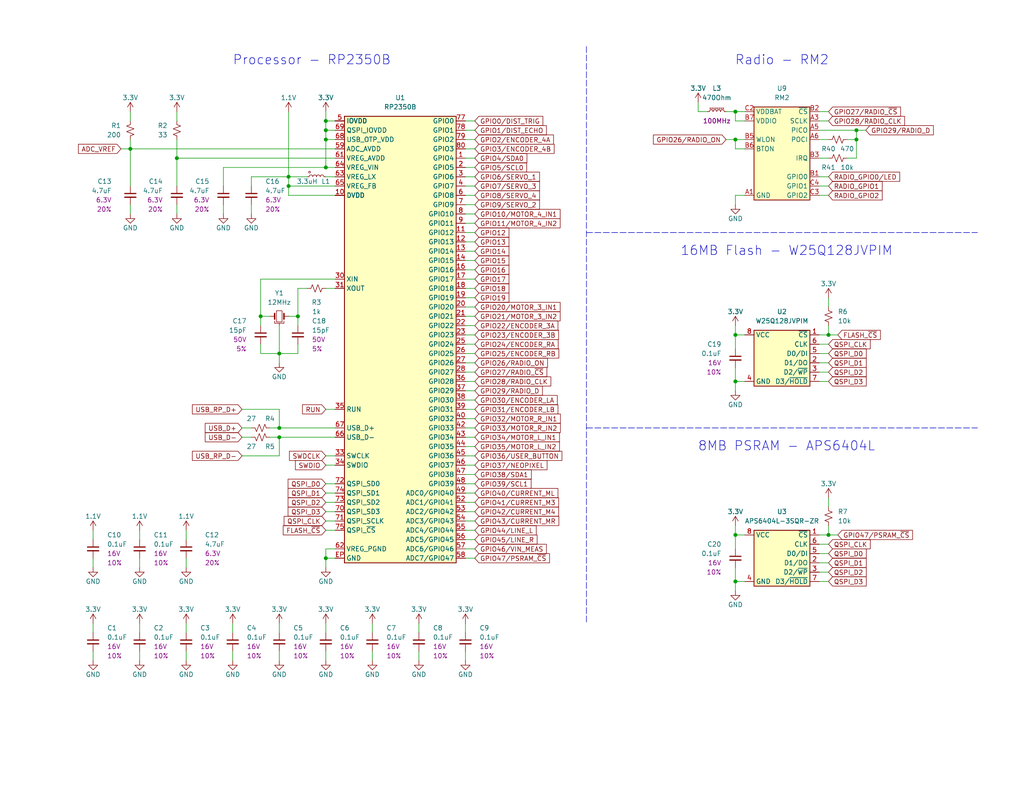
<source format=kicad_sch>
(kicad_sch (version 20231120) (generator "eeschema") (generator_version "8.0")
  (paper "USLetter")
  (title_block (title "SparkFun XRP Control Board") (date "2024-12-12") (rev "v20") (company "SparkFun Electronics") (comment 1 "Designed by: Dryw Wade"))
  (junction (at 233.68 38.1))
  (junction (at 200.66 146.05))
  (junction (at 200.66 38.1))
  (junction (at 200.66 30.48))
  (junction (at 76.2 119.38))
  (junction (at 88.9 35.56))
  (junction (at 35.56 40.64))
  (junction (at 76.2 96.52))
  (junction (at 48.26 43.18))
  (junction (at 88.9 38.1))
  (junction (at 81.28 86.36))
  (junction (at 200.66 104.14))
  (junction (at 76.2 116.84))
  (junction (at 233.68 35.56))
  (junction (at 226.06 91.44))
  (junction (at 71.12 86.36))
  (junction (at 200.66 91.44))
  (junction (at 88.9 152.4))
  (junction (at 88.9 45.72))
  (junction (at 78.74 48.26))
  (junction (at 78.74 50.8))
  (junction (at 200.66 158.75))
  (junction (at 88.9 33.02))
  (junction (at 226.06 146.05))
  (wire (pts (xy 35.56 40.64) (xy 91.44 40.64)))
  (wire (pts (xy 129.54 142.24) (xy 127 142.24)))
  (wire (pts (xy 88.9 111.76) (xy 91.44 111.76)))
  (wire (pts (xy 129.54 96.52) (xy 127 96.52)))
  (wire (pts (xy 38.1 154.94) (xy 38.1 152.4)))
  (wire (pts (xy 129.54 91.44) (xy 127 91.44)))
  (wire (pts (xy 35.56 30.48) (xy 35.56 33.02)))
  (wire (pts (xy 223.52 158.75) (xy 226.06 158.75)))
  (wire (pts (xy 91.44 149.86) (xy 88.9 149.86)))
  (wire (pts (xy 60.96 50.8) (xy 60.96 45.72)))
  (wire (pts (xy 129.54 106.68) (xy 127 106.68)))
  (wire (pts (xy 78.74 86.36) (xy 81.28 86.36)))
  (wire (pts (xy 223.52 38.1) (xy 226.06 38.1)))
  (wire (pts (xy 66.04 111.76) (xy 76.2 111.76)))
  (wire (pts (xy 35.56 40.64) (xy 35.56 50.8)))
  (wire (pts (xy 48.26 30.48) (xy 48.26 33.02)))
  (wire (pts (xy 223.52 93.98) (xy 226.06 93.98)))
  (wire (pts (xy 200.66 104.14) (xy 200.66 106.68)))
  (wire (pts (xy 223.52 33.02) (xy 226.06 33.02)))
  (wire (pts (xy 203.2 158.75) (xy 200.66 158.75)))
  (wire (pts (xy 88.9 134.62) (xy 91.44 134.62)))
  (wire (pts (xy 48.26 43.18) (xy 48.26 50.8)))
  (wire (pts (xy 226.06 91.44) (xy 228.6 91.44)))
  (wire (pts (xy 63.5 170.18) (xy 63.5 172.72)))
  (wire (pts (xy 129.54 129.54) (xy 127 129.54)))
  (wire (pts (xy 203.2 146.05) (xy 200.66 146.05)))
  (wire (pts (xy 127 170.18) (xy 127 172.72)))
  (wire (pts (xy 200.66 53.34) (xy 200.66 55.88)))
  (wire (pts (xy 129.54 152.4) (xy 127 152.4)))
  (wire (pts (xy 63.5 180.34) (xy 63.5 177.8)))
  (wire (pts (xy 200.66 143.51) (xy 200.66 146.05)))
  (wire (pts (xy 200.66 40.64) (xy 200.66 38.1)))
  (wire (pts (xy 200.66 38.1) (xy 203.2 38.1)))
  (wire (pts (xy 223.52 53.34) (xy 226.06 53.34)))
  (wire (pts (xy 88.9 137.16) (xy 91.44 137.16)))
  (wire (pts (xy 203.2 40.64) (xy 200.66 40.64)))
  (wire (pts (xy 223.52 153.67) (xy 226.06 153.67)))
  (wire (pts (xy 129.54 93.98) (xy 127 93.98)))
  (wire (pts (xy 129.54 63.5) (xy 127 63.5)))
  (wire (pts (xy 200.66 154.94) (xy 200.66 158.75)))
  (wire (pts (xy 129.54 116.84) (xy 127 116.84)))
  (wire (pts (xy 226.06 88.9) (xy 226.06 91.44)))
  (wire (pts (xy 129.54 48.26) (xy 127 48.26)))
  (wire (pts (xy 88.9 38.1) (xy 88.9 35.56)))
  (wire (pts (xy 81.28 86.36) (xy 81.28 88.9)))
  (wire (pts (xy 88.9 78.74) (xy 91.44 78.74)))
  (wire (pts (xy 50.8 154.94) (xy 50.8 152.4)))
  (wire (pts (xy 91.44 35.56) (xy 88.9 35.56)))
  (wire (pts (xy 223.52 99.06) (xy 226.06 99.06)))
  (wire (pts (xy 200.66 91.44) (xy 200.66 95.25)))
  (wire (pts (xy 76.2 180.34) (xy 76.2 177.8)))
  (wire (pts (xy 129.54 66.04) (xy 127 66.04)))
  (wire (pts (xy 91.44 76.2) (xy 71.12 76.2)))
  (wire (pts (xy 129.54 53.34) (xy 127 53.34)))
  (wire (pts (xy 226.06 143.51) (xy 226.06 146.05)))
  (wire (pts (xy 129.54 40.64) (xy 127 40.64)))
  (wire (pts (xy 226.06 135.89) (xy 226.06 138.43)))
  (wire (pts (xy 78.74 50.8) (xy 78.74 48.26)))
  (wire (pts (xy 129.54 104.14) (xy 127 104.14)))
  (wire (pts (xy 223.52 30.48) (xy 226.06 30.48)))
  (wire (pts (xy 91.44 33.02) (xy 88.9 33.02)))
  (wire (pts (xy 226.06 146.05) (xy 228.6 146.05)))
  (wire (pts (xy 129.54 137.16) (xy 127 137.16)))
  (wire (pts (xy 81.28 78.74) (xy 83.82 78.74)))
  (wire (pts (xy 127 180.34) (xy 127 177.8)))
  (wire (pts (xy 60.96 45.72) (xy 88.9 45.72)))
  (wire (pts (xy 101.6 180.34) (xy 101.6 177.8)))
  (wire (pts (xy 200.66 100.33) (xy 200.66 104.14)))
  (wire (pts (xy 226.06 81.28) (xy 226.06 83.82)))
  (wire (pts (xy 88.9 35.56) (xy 88.9 33.02)))
  (wire (pts (xy 223.52 43.18) (xy 226.06 43.18)))
  (wire (pts (xy 35.56 58.42) (xy 35.56 55.88)))
  (wire (pts (xy 129.54 55.88) (xy 127 55.88)))
  (wire (pts (xy 223.52 96.52) (xy 226.06 96.52)))
  (wire (pts (xy 38.1 170.18) (xy 38.1 172.72)))
  (wire (pts (xy 129.54 132.08) (xy 127 132.08)))
  (wire (pts (xy 129.54 38.1) (xy 127 38.1)))
  (wire (pts (xy 50.8 170.18) (xy 50.8 172.72)))
  (wire (pts (xy 223.52 148.59) (xy 226.06 148.59)))
  (wire (pts (xy 200.66 30.48) (xy 203.2 30.48)))
  (wire (pts (xy 68.58 58.42) (xy 68.58 55.88)))
  (wire (pts (xy 129.54 50.8) (xy 127 50.8)))
  (wire (pts (xy 223.52 146.05) (xy 226.06 146.05)))
  (wire (pts (xy 129.54 33.02) (xy 127 33.02)))
  (wire (pts (xy 88.9 124.46) (xy 91.44 124.46)))
  (wire (pts (xy 129.54 99.06) (xy 127 99.06)))
  (wire (pts (xy 48.26 58.42) (xy 48.26 55.88)))
  (wire (pts (xy 129.54 81.28) (xy 127 81.28)))
  (wire (pts (xy 48.26 38.1) (xy 48.26 43.18)))
  (wire (pts (xy 88.9 48.26) (xy 91.44 48.26)))
  (wire (pts (xy 76.2 96.52) (xy 76.2 99.06)))
  (polyline (pts (xy 160.02 116.84) (xy 266.7 116.84)) (stroke (width 0) (type dash)))
  (wire (pts (xy 129.54 119.38) (xy 127 119.38)))
  (wire (pts (xy 129.54 58.42) (xy 127 58.42)))
  (wire (pts (xy 88.9 152.4) (xy 88.9 154.94)))
  (wire (pts (xy 114.3 170.18) (xy 114.3 172.72)))
  (wire (pts (xy 129.54 149.86) (xy 127 149.86)))
  (wire (pts (xy 91.44 38.1) (xy 88.9 38.1)))
  (wire (pts (xy 129.54 114.3) (xy 127 114.3)))
  (wire (pts (xy 231.14 43.18) (xy 233.68 43.18)))
  (wire (pts (xy 76.2 116.84) (xy 91.44 116.84)))
  (wire (pts (xy 88.9 152.4) (xy 91.44 152.4)))
  (wire (pts (xy 81.28 93.98) (xy 81.28 96.52)))
  (wire (pts (xy 129.54 121.92) (xy 127 121.92)))
  (wire (pts (xy 76.2 124.46) (xy 76.2 119.38)))
  (wire (pts (xy 129.54 88.9) (xy 127 88.9)))
  (wire (pts (xy 129.54 134.62) (xy 127 134.62)))
  (wire (pts (xy 129.54 71.12) (xy 127 71.12)))
  (wire (pts (xy 129.54 109.22) (xy 127 109.22)))
  (wire (pts (xy 129.54 45.72) (xy 127 45.72)))
  (wire (pts (xy 66.04 119.38) (xy 68.58 119.38)))
  (wire (pts (xy 129.54 86.36) (xy 127 86.36)))
  (wire (pts (xy 71.12 93.98) (xy 71.12 96.52)))
  (wire (pts (xy 88.9 45.72) (xy 91.44 45.72)))
  (wire (pts (xy 25.4 154.94) (xy 25.4 152.4)))
  (wire (pts (xy 91.44 50.8) (xy 78.74 50.8)))
  (wire (pts (xy 129.54 144.78) (xy 127 144.78)))
  (wire (pts (xy 50.8 180.34) (xy 50.8 177.8)))
  (wire (pts (xy 81.28 86.36) (xy 81.28 78.74)))
  (wire (pts (xy 71.12 88.9) (xy 71.12 86.36)))
  (wire (pts (xy 76.2 119.38) (xy 91.44 119.38)))
  (wire (pts (xy 203.2 53.34) (xy 200.66 53.34)))
  (wire (pts (xy 233.68 35.56) (xy 236.22 35.56)))
  (wire (pts (xy 73.66 119.38) (xy 76.2 119.38)))
  (wire (pts (xy 200.66 33.02) (xy 200.66 30.48)))
  (wire (pts (xy 76.2 96.52) (xy 81.28 96.52)))
  (wire (pts (xy 129.54 147.32) (xy 127 147.32)))
  (wire (pts (xy 223.52 50.8) (xy 226.06 50.8)))
  (wire (pts (xy 88.9 30.48) (xy 88.9 33.02)))
  (wire (pts (xy 88.9 144.78) (xy 91.44 144.78)))
  (wire (pts (xy 71.12 96.52) (xy 76.2 96.52)))
  (wire (pts (xy 71.12 76.2) (xy 71.12 86.36)))
  (wire (pts (xy 88.9 170.18) (xy 88.9 172.72)))
  (wire (pts (xy 78.74 48.26) (xy 83.82 48.26)))
  (wire (pts (xy 88.9 38.1) (xy 88.9 45.72)))
  (wire (pts (xy 223.52 156.21) (xy 226.06 156.21)))
  (wire (pts (xy 71.12 86.36) (xy 73.66 86.36)))
  (wire (pts (xy 88.9 180.34) (xy 88.9 177.8)))
  (wire (pts (xy 129.54 101.6) (xy 127 101.6)))
  (wire (pts (xy 91.44 53.34) (xy 78.74 53.34)))
  (wire (pts (xy 25.4 144.78) (xy 25.4 147.32)))
  (wire (pts (xy 231.14 38.1) (xy 233.68 38.1)))
  (wire (pts (xy 129.54 35.56) (xy 127 35.56)))
  (wire (pts (xy 38.1 180.34) (xy 38.1 177.8)))
  (wire (pts (xy 200.66 146.05) (xy 200.66 149.86)))
  (wire (pts (xy 50.8 144.78) (xy 50.8 147.32)))
  (wire (pts (xy 114.3 180.34) (xy 114.3 177.8)))
  (wire (pts (xy 129.54 124.46) (xy 127 124.46)))
  (wire (pts (xy 129.54 139.7) (xy 127 139.7)))
  (wire (pts (xy 25.4 180.34) (xy 25.4 177.8)))
  (wire (pts (xy 203.2 33.02) (xy 200.66 33.02)))
  (wire (pts (xy 203.2 91.44) (xy 200.66 91.44)))
  (wire (pts (xy 233.68 38.1) (xy 233.68 35.56)))
  (wire (pts (xy 129.54 83.82) (xy 127 83.82)))
  (wire (pts (xy 223.52 104.14) (xy 226.06 104.14)))
  (wire (pts (xy 129.54 73.66) (xy 127 73.66)))
  (wire (pts (xy 223.52 151.13) (xy 226.06 151.13)))
  (wire (pts (xy 48.26 43.18) (xy 91.44 43.18)))
  (wire (pts (xy 78.74 30.48) (xy 78.74 48.26)))
  (wire (pts (xy 129.54 76.2) (xy 127 76.2)))
  (wire (pts (xy 38.1 144.78) (xy 38.1 147.32)))
  (wire (pts (xy 190.5 27.94) (xy 190.5 30.48)))
  (wire (pts (xy 129.54 78.74) (xy 127 78.74)))
  (polyline (pts (xy 160.02 63.5) (xy 266.7 63.5)) (stroke (width 0) (type dash)))
  (wire (pts (xy 25.4 170.18) (xy 25.4 172.72)))
  (wire (pts (xy 101.6 170.18) (xy 101.6 172.72)))
  (wire (pts (xy 88.9 132.08) (xy 91.44 132.08)))
  (wire (pts (xy 88.9 149.86) (xy 88.9 152.4)))
  (wire (pts (xy 198.12 38.1) (xy 200.66 38.1)))
  (wire (pts (xy 76.2 88.9) (xy 76.2 96.52)))
  (wire (pts (xy 66.04 116.84) (xy 68.58 116.84)))
  (wire (pts (xy 78.74 53.34) (xy 78.74 50.8)))
  (wire (pts (xy 223.52 48.26) (xy 226.06 48.26)))
  (wire (pts (xy 129.54 111.76) (xy 127 111.76)))
  (wire (pts (xy 203.2 104.14) (xy 200.66 104.14)))
  (wire (pts (xy 76.2 111.76) (xy 76.2 116.84)))
  (polyline (pts (xy 160.02 12.7) (xy 160.02 170.18)) (stroke (width 0) (type dash)))
  (wire (pts (xy 60.96 58.42) (xy 60.96 55.88)))
  (wire (pts (xy 200.66 88.9) (xy 200.66 91.44)))
  (wire (pts (xy 129.54 127) (xy 127 127)))
  (wire (pts (xy 88.9 127) (xy 91.44 127)))
  (wire (pts (xy 129.54 68.58) (xy 127 68.58)))
  (wire (pts (xy 88.9 139.7) (xy 91.44 139.7)))
  (wire (pts (xy 190.5 30.48) (xy 193.04 30.48)))
  (wire (pts (xy 68.58 48.26) (xy 78.74 48.26)))
  (wire (pts (xy 88.9 142.24) (xy 91.44 142.24)))
  (wire (pts (xy 200.66 158.75) (xy 200.66 161.29)))
  (wire (pts (xy 223.52 101.6) (xy 226.06 101.6)))
  (wire (pts (xy 76.2 170.18) (xy 76.2 172.72)))
  (wire (pts (xy 129.54 60.96) (xy 127 60.96)))
  (wire (pts (xy 68.58 50.8) (xy 68.58 48.26)))
  (wire (pts (xy 223.52 35.56) (xy 233.68 35.56)))
  (wire (pts (xy 35.56 38.1) (xy 35.56 40.64)))
  (wire (pts (xy 66.04 124.46) (xy 76.2 124.46)))
  (wire (pts (xy 233.68 43.18) (xy 233.68 38.1)))
  (wire (pts (xy 33.02 40.64) (xy 35.56 40.64)))
  (wire (pts (xy 129.54 43.18) (xy 127 43.18)))
  (wire (pts (xy 73.66 116.84) (xy 76.2 116.84)))
  (wire (pts (xy 198.12 30.48) (xy 200.66 30.48)))
  (wire (pts (xy 223.52 91.44) (xy 226.06 91.44)))
  (text "8MB PSRAM - APS6404L" (at 214.63 121.92 0) (effects (font (size 2.54 2.54))))
  (text "16MB Flash - W25Q128JVPIM" (at 214.63 68.58 0) (effects (font (size 2.54 2.54))))
  (text "Radio - RM2" (at 213.36 16.51 0) (effects (font (size 2.54 2.54))))
  (text "Processor - RP2350B" (at 85.09 16.51 0) (effects (font (size 2.54 2.54))))
  (global_label "GPIO27{slash}RADIO_~{CS}" (shape input) (at 226.06 30.48 0) (property "Intersheetrefs" "${INTERSHEET_REFS}" (effects (hide yes))))
  (global_label "QSPI_D3" (shape input) (at 226.06 104.14 0) (property "Intersheetrefs" "${INTERSHEET_REFS}" (effects (hide yes))))
  (global_label "GPIO30{slash}ENCODER_LA" (shape input) (at 129.54 109.22 0) (property "Intersheetrefs" "${INTERSHEET_REFS}" (effects (hide yes))))
  (global_label "GPIO47{slash}PSRAM_~{CS}" (shape input) (at 228.6 146.05 0) (property "Intersheetrefs" "${INTERSHEET_REFS}" (effects (hide yes))))
  (global_label "GPIO11{slash}MOTOR_4_IN2" (shape input) (at 129.54 60.96 0) (property "Intersheetrefs" "${INTERSHEET_REFS}" (effects (hide yes))))
  (global_label "QSPI_D1" (shape input) (at 226.06 153.67 0) (property "Intersheetrefs" "${INTERSHEET_REFS}" (effects (hide yes))))
  (global_label "GPIO28{slash}RADIO_CLK" (shape input) (at 226.06 33.02 0) (property "Intersheetrefs" "${INTERSHEET_REFS}" (effects (hide yes))))
  (global_label "GPIO9{slash}SERVO_2" (shape input) (at 129.54 55.88 0) (property "Intersheetrefs" "${INTERSHEET_REFS}" (effects (hide yes))))
  (global_label "RADIO_GPIO0{slash}LED" (shape input) (at 226.06 48.26 0) (property "Intersheetrefs" "${INTERSHEET_REFS}" (effects (hide yes))))
  (global_label "FLASH_~{CS}" (shape input) (at 88.9 144.78 180) (property "Intersheetrefs" "${INTERSHEET_REFS}" (effects (hide yes))))
  (global_label "GPIO12" (shape input) (at 129.54 63.5 0) (property "Intersheetrefs" "${INTERSHEET_REFS}" (effects (hide yes))))
  (global_label "GPIO4{slash}SDA0" (shape input) (at 129.54 43.18 0) (property "Intersheetrefs" "${INTERSHEET_REFS}" (effects (hide yes))))
  (global_label "GPIO23{slash}ENCODER_3B" (shape input) (at 129.54 91.44 0) (property "Intersheetrefs" "${INTERSHEET_REFS}" (effects (hide yes))))
  (global_label "RADIO_GPIO2" (shape input) (at 226.06 53.34 0) (property "Intersheetrefs" "${INTERSHEET_REFS}" (effects (hide yes))))
  (global_label "GPIO2{slash}ENCODER_4A" (shape input) (at 129.54 38.1 0) (property "Intersheetrefs" "${INTERSHEET_REFS}" (effects (hide yes))))
  (global_label "QSPI_D2" (shape input) (at 88.9 137.16 180) (property "Intersheetrefs" "${INTERSHEET_REFS}" (effects (hide yes))))
  (global_label "SWDCLK" (shape input) (at 88.9 124.46 180) (property "Intersheetrefs" "${INTERSHEET_REFS}" (effects (hide yes))))
  (global_label "GPIO10{slash}MOTOR_4_IN1" (shape input) (at 129.54 58.42 0) (property "Intersheetrefs" "${INTERSHEET_REFS}" (effects (hide yes))))
  (global_label "USB_RP_D+" (shape input) (at 66.04 111.76 180) (property "Intersheetrefs" "${INTERSHEET_REFS}" (effects (hide yes))))
  (global_label "GPIO29{slash}RADIO_D" (shape input) (at 129.54 106.68 0) (property "Intersheetrefs" "${INTERSHEET_REFS}" (effects (hide yes))))
  (global_label "GPIO18" (shape input) (at 129.54 78.74 0) (property "Intersheetrefs" "${INTERSHEET_REFS}" (effects (hide yes))))
  (global_label "QSPI_D2" (shape input) (at 226.06 156.21 0) (property "Intersheetrefs" "${INTERSHEET_REFS}" (effects (hide yes))))
  (global_label "RADIO_GPIO1" (shape input) (at 226.06 50.8 0) (property "Intersheetrefs" "${INTERSHEET_REFS}" (effects (hide yes))))
  (global_label "GPIO47{slash}PSRAM_~{CS}" (shape input) (at 129.54 152.4 0) (property "Intersheetrefs" "${INTERSHEET_REFS}" (effects (hide yes))))
  (global_label "GPIO46{slash}VIN_MEAS" (shape input) (at 129.54 149.86 0) (property "Intersheetrefs" "${INTERSHEET_REFS}" (effects (hide yes))))
  (global_label "GPIO22{slash}ENCODER_3A" (shape input) (at 129.54 88.9 0) (property "Intersheetrefs" "${INTERSHEET_REFS}" (effects (hide yes))))
  (global_label "USB_RP_D-" (shape input) (at 66.04 124.46 180) (property "Intersheetrefs" "${INTERSHEET_REFS}" (effects (hide yes))))
  (global_label "QSPI_D1" (shape input) (at 88.9 134.62 180) (property "Intersheetrefs" "${INTERSHEET_REFS}" (effects (hide yes))))
  (global_label "GPIO0{slash}DIST_TRIG" (shape input) (at 129.54 33.02 0) (property "Intersheetrefs" "${INTERSHEET_REFS}" (effects (hide yes))))
  (global_label "GPIO34{slash}MOTOR_L_IN1" (shape input) (at 129.54 119.38 0) (property "Intersheetrefs" "${INTERSHEET_REFS}" (effects (hide yes))))
  (global_label "GPIO25{slash}ENCODER_RB" (shape input) (at 129.54 96.52 0) (property "Intersheetrefs" "${INTERSHEET_REFS}" (effects (hide yes))))
  (global_label "GPIO28{slash}RADIO_CLK" (shape input) (at 129.54 104.14 0) (property "Intersheetrefs" "${INTERSHEET_REFS}" (effects (hide yes))))
  (global_label "QSPI_D3" (shape input) (at 88.9 139.7 180) (property "Intersheetrefs" "${INTERSHEET_REFS}" (effects (hide yes))))
  (global_label "GPIO39{slash}SCL1" (shape input) (at 129.54 132.08 0) (property "Intersheetrefs" "${INTERSHEET_REFS}" (effects (hide yes))))
  (global_label "GPIO37{slash}NEOPIXEL" (shape input) (at 129.54 127 0) (property "Intersheetrefs" "${INTERSHEET_REFS}" (effects (hide yes))))
  (global_label "GPIO8{slash}SERVO_4" (shape input) (at 129.54 53.34 0) (property "Intersheetrefs" "${INTERSHEET_REFS}" (effects (hide yes))))
  (global_label "QSPI_CLK" (shape input) (at 88.9 142.24 180) (property "Intersheetrefs" "${INTERSHEET_REFS}" (effects (hide yes))))
  (global_label "QSPI_D1" (shape input) (at 226.06 99.06 0) (property "Intersheetrefs" "${INTERSHEET_REFS}" (effects (hide yes))))
  (global_label "GPIO44{slash}LINE_L" (shape input) (at 129.54 144.78 0) (property "Intersheetrefs" "${INTERSHEET_REFS}" (effects (hide yes))))
  (global_label "GPIO19" (shape input) (at 129.54 81.28 0) (property "Intersheetrefs" "${INTERSHEET_REFS}" (effects (hide yes))))
  (global_label "GPIO29{slash}RADIO_D" (shape input) (at 236.22 35.56 0) (property "Intersheetrefs" "${INTERSHEET_REFS}" (effects (hide yes))))
  (global_label "GPIO7{slash}SERVO_3" (shape input) (at 129.54 50.8 0) (property "Intersheetrefs" "${INTERSHEET_REFS}" (effects (hide yes))))
  (global_label "GPIO26{slash}RADIO_ON" (shape input) (at 129.54 99.06 0) (property "Intersheetrefs" "${INTERSHEET_REFS}" (effects (hide yes))))
  (global_label "QSPI_CLK" (shape input) (at 226.06 93.98 0) (property "Intersheetrefs" "${INTERSHEET_REFS}" (effects (hide yes))))
  (global_label "USB_D+" (shape input) (at 66.04 116.84 180) (property "Intersheetrefs" "${INTERSHEET_REFS}" (effects (hide yes))))
  (global_label "GPIO35{slash}MOTOR_L_IN2" (shape input) (at 129.54 121.92 0) (property "Intersheetrefs" "${INTERSHEET_REFS}" (effects (hide yes))))
  (global_label "GPIO17" (shape input) (at 129.54 76.2 0) (property "Intersheetrefs" "${INTERSHEET_REFS}" (effects (hide yes))))
  (global_label "GPIO1{slash}DIST_ECHO" (shape input) (at 129.54 35.56 0) (property "Intersheetrefs" "${INTERSHEET_REFS}" (effects (hide yes))))
  (global_label "QSPI_D0" (shape input) (at 88.9 132.08 180) (property "Intersheetrefs" "${INTERSHEET_REFS}" (effects (hide yes))))
  (global_label "GPIO42{slash}CURRENT_M4" (shape input) (at 129.54 139.7 0) (property "Intersheetrefs" "${INTERSHEET_REFS}" (effects (hide yes))))
  (global_label "GPIO38{slash}SDA1" (shape input) (at 129.54 129.54 0) (property "Intersheetrefs" "${INTERSHEET_REFS}" (effects (hide yes))))
  (global_label "QSPI_D2" (shape input) (at 226.06 101.6 0) (property "Intersheetrefs" "${INTERSHEET_REFS}" (effects (hide yes))))
  (global_label "GPIO24{slash}ENCODER_RA" (shape input) (at 129.54 93.98 0) (property "Intersheetrefs" "${INTERSHEET_REFS}" (effects (hide yes))))
  (global_label "GPIO14" (shape input) (at 129.54 68.58 0) (property "Intersheetrefs" "${INTERSHEET_REFS}" (effects (hide yes))))
  (global_label "GPIO33{slash}MOTOR_R_IN2" (shape input) (at 129.54 116.84 0) (property "Intersheetrefs" "${INTERSHEET_REFS}" (effects (hide yes))))
  (global_label "GPIO6{slash}SERVO_1" (shape input) (at 129.54 48.26 0) (property "Intersheetrefs" "${INTERSHEET_REFS}" (effects (hide yes))))
  (global_label "GPIO26{slash}RADIO_ON" (shape input) (at 198.12 38.1 180) (property "Intersheetrefs" "${INTERSHEET_REFS}" (effects (hide yes))))
  (global_label "GPIO15" (shape input) (at 129.54 71.12 0) (property "Intersheetrefs" "${INTERSHEET_REFS}" (effects (hide yes))))
  (global_label "SWDIO" (shape input) (at 88.9 127 180) (property "Intersheetrefs" "${INTERSHEET_REFS}" (effects (hide yes))))
  (global_label "USB_D-" (shape input) (at 66.04 119.38 180) (property "Intersheetrefs" "${INTERSHEET_REFS}" (effects (hide yes))))
  (global_label "GPIO21{slash}MOTOR_3_IN2" (shape input) (at 129.54 86.36 0) (property "Intersheetrefs" "${INTERSHEET_REFS}" (effects (hide yes))))
  (global_label "GPIO36{slash}USER_BUTTON" (shape input) (at 129.54 124.46 0) (property "Intersheetrefs" "${INTERSHEET_REFS}" (effects (hide yes))))
  (global_label "GPIO13" (shape input) (at 129.54 66.04 0) (property "Intersheetrefs" "${INTERSHEET_REFS}" (effects (hide yes))))
  (global_label "ADC_VREF" (shape input) (at 33.02 40.64 180) (property "Intersheetrefs" "${INTERSHEET_REFS}" (effects (hide yes))))
  (global_label "GPIO3{slash}ENCODER_4B" (shape input) (at 129.54 40.64 0) (property "Intersheetrefs" "${INTERSHEET_REFS}" (effects (hide yes))))
  (global_label "GPIO27{slash}RADIO_~{CS}" (shape input) (at 129.54 101.6 0) (property "Intersheetrefs" "${INTERSHEET_REFS}" (effects (hide yes))))
  (global_label "GPIO32{slash}MOTOR_R_IN1" (shape input) (at 129.54 114.3 0) (property "Intersheetrefs" "${INTERSHEET_REFS}" (effects (hide yes))))
  (global_label "RUN" (shape input) (at 88.9 111.76 180) (property "Intersheetrefs" "${INTERSHEET_REFS}" (effects (hide yes))))
  (global_label "QSPI_D0" (shape input) (at 226.06 96.52 0) (property "Intersheetrefs" "${INTERSHEET_REFS}" (effects (hide yes))))
  (global_label "QSPI_D0" (shape input) (at 226.06 151.13 0) (property "Intersheetrefs" "${INTERSHEET_REFS}" (effects (hide yes))))
  (global_label "GPIO16" (shape input) (at 129.54 73.66 0) (property "Intersheetrefs" "${INTERSHEET_REFS}" (effects (hide yes))))
  (global_label "QSPI_D3" (shape input) (at 226.06 158.75 0) (property "Intersheetrefs" "${INTERSHEET_REFS}" (effects (hide yes))))
  (global_label "GPIO31{slash}ENCODER_LB" (shape input) (at 129.54 111.76 0) (property "Intersheetrefs" "${INTERSHEET_REFS}" (effects (hide yes))))
  (global_label "GPIO41{slash}CURRENT_M3" (shape input) (at 129.54 137.16 0) (property "Intersheetrefs" "${INTERSHEET_REFS}" (effects (hide yes))))
  (global_label "GPIO20{slash}MOTOR_3_IN1" (shape input) (at 129.54 83.82 0) (property "Intersheetrefs" "${INTERSHEET_REFS}" (effects (hide yes))))
  (global_label "FLASH_~{CS}" (shape input) (at 228.6 91.44 0) (property "Intersheetrefs" "${INTERSHEET_REFS}" (effects (hide yes))))
  (global_label "GPIO5{slash}SCL0" (shape input) (at 129.54 45.72 0) (property "Intersheetrefs" "${INTERSHEET_REFS}" (effects (hide yes))))
  (global_label "GPIO43{slash}CURRENT_MR" (shape input) (at 129.54 142.24 0) (property "Intersheetrefs" "${INTERSHEET_REFS}" (effects (hide yes))))
  (global_label "GPIO45{slash}LINE_R" (shape input) (at 129.54 147.32 0) (property "Intersheetrefs" "${INTERSHEET_REFS}" (effects (hide yes))))
  (global_label "GPIO40{slash}CURRENT_ML" (shape input) (at 129.54 134.62 0) (property "Intersheetrefs" "${INTERSHEET_REFS}" (effects (hide yes))))
  (global_label "QSPI_CLK" (shape input) (at 226.06 148.59 0) (property "Intersheetrefs" "${INTERSHEET_REFS}" (effects (hide yes))))
  (symbol (lib_id "SparkFun-PowerSymbol:GND") (at 68.58 58.42 0) (unit 1)
    (property "Reference" "#PWR030" (effects (hide yes)))
    (property "Value" "GND" (at 68.58 62.23 0))
    (property "Description" "Power symbol creates a global label with name \"GND\" , ground" (effects (hide yes)))
  )
  (symbol (lib_id "SparkFun-PowerSymbol:3.3V") (at 200.66 143.51 0) (unit 1)
    (property "Reference" "#PWR038" (effects (hide yes)))
    (property "Value" "3.3V" (at 200.66 139.7 0))
    (property "Description" "Power symbol creates a global label with name \"3.3V\"" (effects (hide yes)))
  )
  (symbol (lib_id "SparkFun-Resistor:470_0402") (at 228.6 38.1 0) (unit 1)
    (property "Reference" "R40" (at 226.06 40.64 0))
    (property "Value" "470" (at 231.14 40.64 0))
    (property "Footprint" "SparkFun-Resistor:R_0402_1005Metric" (effects (hide yes)))
    (property "Datasheet" "https://www.vishay.com/docs/20035/dcrcwe3.pdf" (effects (hide yes)))
    (property "Description" "Resistor" (effects (hide yes)))
    (property "PROD_ID" "RES-13829" (effects (hide yes)))
  )
  (symbol (lib_id "SparkFun-PowerSymbol:3.3V") (at 226.06 135.89 0) (unit 1)
    (property "Reference" "#PWR040" (effects (hide yes)))
    (property "Value" "3.3V" (at 226.06 132.08 0))
    (property "Description" "Power symbol creates a global label with name \"3.3V\"" (effects (hide yes)))
  )
  (symbol (lib_id "SparkFun-Resistor:1k_0402") (at 86.36 78.74 0) (unit 1)
    (property "Reference" "R3" (at 86.36 82.55 0))
    (property "Value" "1k" (at 86.36 85.09 0))
    (property "Footprint" "SparkFun-Resistor:R_0402_1005Metric" (effects (hide yes)))
    (property "Datasheet" "https://www.vishay.com/docs/20035/dcrcwe3.pdf" (effects (hide yes)))
    (property "Description" "Resistor" (effects (hide yes)))
    (property "PROD_ID" "RES-14342" (effects (hide yes)))
  )
  (symbol (lib_id "SparkFun-PowerSymbol:3.3V") (at 88.9 170.18 0) (unit 1)
    (property "Reference" "#PWR011" (effects (hide yes)))
    (property "Value" "3.3V" (at 88.9 166.37 0))
    (property "Description" "Power symbol creates a global label with name \"3.3V\"" (effects (hide yes)))
  )
  (symbol (lib_id "SparkFun-Resistor:200_0402") (at 35.56 35.56 270) (mirror x) (unit 1)
    (property "Reference" "R1" (at 33.02 34.2899 90) (effects (justify right)))
    (property "Value" "200" (at 33.02 36.8299 90) (effects (justify right)))
    (property "Footprint" "SparkFun-Resistor:R_0402_1005Metric" (effects (hide yes)))
    (property "Datasheet" "https://www.vishay.com/docs/20035/dcrcwe3.pdf" (effects (hide yes)))
    (property "Description" "Resistor" (effects (hide yes)))
    (property "PROD_ID" "RES-15550" (effects (hide yes)))
  )
  (symbol (lib_id "SparkFun-PowerSymbol:GND") (at 60.96 58.42 0) (unit 1)
    (property "Reference" "#PWR029" (effects (hide yes)))
    (property "Value" "GND" (at 60.96 62.23 0))
    (property "Description" "Power symbol creates a global label with name \"GND\" , ground" (effects (hide yes)))
  )
  (symbol (lib_id "SparkFun-PowerSymbol:3.3V") (at 127 170.18 0) (unit 1)
    (property "Reference" "#PWR017" (effects (hide yes)))
    (property "Value" "3.3V" (at 127 166.37 0))
    (property "Description" "Power symbol creates a global label with name \"3.3V\"" (effects (hide yes)))
  )
  (symbol (lib_id "SparkFun-RF:RM2_Tight") (at 213.36 41.91 0) (unit 1)
    (property "Reference" "U9" (at 213.36 24.13 0))
    (property "Value" "RM2" (at 213.36 26.67 0))
    (property "Footprint" "SparkFun-RF:RM2_Tight" (effects (hide yes)))
    (property "Description" "Radio module from Raspberry Pi using the CYW43 supporting WiFi and Bluetooth/BLE" (effects (hide yes)))
    (property "PROD_ID" "IC-21607" (effects (hide yes)))
  )
  (symbol (lib_id "SparkFun-Capacitor:4.7uF_0402_6.3V_10%") (at 60.96 53.34 0) (unit 1)
    (property "Reference" "C15" (at 57.15 49.5299 0) (effects (justify right)))
    (property "Value" "4.7uF" (at 57.15 52.0699 0) (effects (justify right)))
    (property "Footprint" "SparkFun-Capacitor:C_0402_1005Metric" (effects (hide yes)))
    (property "Datasheet" "https://cdn.sparkfun.com/assets/8/a/4/a/5/Kemet_Capacitor_Datasheet.pdf" (effects (hide yes)))
    (property "Description" "Unpolarized capacitor" (effects (hide yes)))
    (property "PROD_ID" "CAP-14240" (effects (hide yes)))
    (property "Voltage" "6.3V" (at 57.15 54.6099 0) (effects (justify right)))
    (property "Tolerance" "20%" (at 57.15 57.1499 0) (effects (justify right)))
  )
  (symbol (lib_id "SparkFun-Resistor:10k_0402") (at 226.06 140.97 90) (unit 1)
    (property "Reference" "R7" (at 228.6 139.6999 90) (effects (justify right)))
    (property "Value" "10k" (at 228.6 142.2399 90) (effects (justify right)))
    (property "Footprint" "SparkFun-Resistor:R_0402_1005Metric" (effects (hide yes)))
    (property "Datasheet" "https://www.vishay.com/docs/20035/dcrcwe3.pdf" (effects (hide yes)))
    (property "Description" "Resistor" (effects (hide yes)))
    (property "PROD_ID" "RES-14241" (effects (hide yes)))
  )
  (symbol (lib_id "SparkFun-Capacitor:0.1uF_0402_16V_10%") (at 200.66 97.79 0) (unit 1)
    (property "Reference" "C19" (at 196.85 93.9799 0) (effects (justify right)))
    (property "Value" "0.1uF" (at 196.85 96.5199 0) (effects (justify right)))
    (property "Footprint" "SparkFun-Capacitor:C_0402_1005Metric" (effects (hide yes)))
    (property "Datasheet" "https://cdn.sparkfun.com/assets/8/a/4/a/5/Kemet_Capacitor_Datasheet.pdf" (effects (hide yes)))
    (property "Description" "Unpolarized capacitor" (effects (hide yes)))
    (property "PROD_ID" "CAP-12416" (effects (hide yes)))
    (property "Voltage" "16V" (at 196.85 99.0599 0) (effects (justify right)))
    (property "Tolerance" "10%" (at 196.85 101.5999 0) (effects (justify right)))
  )
  (symbol (lib_id "SparkFun-Capacitor:0.1uF_0402_16V_10%") (at 25.4 175.26 0) (unit 1)
    (property "Reference" "C1" (at 29.21 171.4499 0) (effects (justify left)))
    (property "Value" "0.1uF" (at 29.21 173.9899 0) (effects (justify left)))
    (property "Footprint" "SparkFun-Capacitor:C_0402_1005Metric" (effects (hide yes)))
    (property "Datasheet" "https://cdn.sparkfun.com/assets/8/a/4/a/5/Kemet_Capacitor_Datasheet.pdf" (effects (hide yes)))
    (property "Description" "Unpolarized capacitor" (effects (hide yes)))
    (property "PROD_ID" "CAP-12416" (effects (hide yes)))
    (property "Voltage" "16V" (at 29.21 176.5299 0) (effects (justify left)))
    (property "Tolerance" "10%" (at 29.21 179.0699 0) (effects (justify left)))
  )
  (symbol (lib_id "SparkFun-PowerSymbol:GND") (at 25.4 180.34 0) (unit 1)
    (property "Reference" "#PWR02" (effects (hide yes)))
    (property "Value" "GND" (at 25.4 184.15 0))
    (property "Description" "Power symbol creates a global label with name \"GND\" , ground" (effects (hide yes)))
  )
  (symbol (lib_id "SparkFun-PowerSymbol:GND") (at 114.3 180.34 0) (unit 1)
    (property "Reference" "#PWR016" (effects (hide yes)))
    (property "Value" "GND" (at 114.3 184.15 0))
    (property "Description" "Power symbol creates a global label with name \"GND\" , ground" (effects (hide yes)))
  )
  (symbol (lib_id "SparkFun-PowerSymbol:GND") (at 200.66 55.88 0) (unit 1)
    (property "Reference" "#PWR0159" (effects (hide yes)))
    (property "Value" "GND" (at 200.66 59.69 0))
    (property "Description" "Power symbol creates a global label with name \"GND\" , ground" (effects (hide yes)))
  )
  (symbol (lib_id "SparkFun-Capacitor:0.1uF_0402_16V_10%") (at 114.3 175.26 0) (unit 1)
    (property "Reference" "C8" (at 118.11 171.4499 0) (effects (justify left)))
    (property "Value" "0.1uF" (at 118.11 173.9899 0) (effects (justify left)))
    (property "Footprint" "SparkFun-Capacitor:C_0402_1005Metric" (effects (hide yes)))
    (property "Datasheet" "https://cdn.sparkfun.com/assets/8/a/4/a/5/Kemet_Capacitor_Datasheet.pdf" (effects (hide yes)))
    (property "Description" "Unpolarized capacitor" (effects (hide yes)))
    (property "PROD_ID" "CAP-12416" (effects (hide yes)))
    (property "Voltage" "16V" (at 118.11 176.5299 0) (effects (justify left)))
    (property "Tolerance" "10%" (at 118.11 179.0699 0) (effects (justify left)))
  )
  (symbol (lib_id "SparkFun-PowerSymbol:3.3V") (at 114.3 170.18 0) (unit 1)
    (property "Reference" "#PWR015" (effects (hide yes)))
    (property "Value" "3.3V" (at 114.3 166.37 0))
    (property "Description" "Power symbol creates a global label with name \"3.3V\"" (effects (hide yes)))
  )
  (symbol (lib_id "SparkFun-Capacitor:4.7uF_0402_6.3V_10%") (at 68.58 53.34 0) (unit 1)
    (property "Reference" "C16" (at 72.39 49.5299 0) (effects (justify left)))
    (property "Value" "4.7uF" (at 72.39 52.0699 0) (effects (justify left)))
    (property "Footprint" "SparkFun-Capacitor:C_0402_1005Metric" (effects (hide yes)))
    (property "Datasheet" "https://cdn.sparkfun.com/assets/8/a/4/a/5/Kemet_Capacitor_Datasheet.pdf" (effects (hide yes)))
    (property "Description" "Unpolarized capacitor" (effects (hide yes)))
    (property "PROD_ID" "CAP-14240" (effects (hide yes)))
    (property "Voltage" "6.3V" (at 72.39 54.6099 0) (effects (justify left)))
    (property "Tolerance" "20%" (at 72.39 57.1499 0) (effects (justify left)))
  )
  (symbol (lib_id "SparkFun-PowerSymbol:3.3V") (at 101.6 170.18 0) (unit 1)
    (property "Reference" "#PWR013" (effects (hide yes)))
    (property "Value" "3.3V" (at 101.6 166.37 0))
    (property "Description" "Power symbol creates a global label with name \"3.3V\"" (effects (hide yes)))
  )
  (symbol (lib_id "SparkFun-Capacitor:0.1uF_0402_16V_10%") (at 101.6 175.26 0) (unit 1)
    (property "Reference" "C7" (at 105.41 171.4499 0) (effects (justify left)))
    (property "Value" "0.1uF" (at 105.41 173.9899 0) (effects (justify left)))
    (property "Footprint" "SparkFun-Capacitor:C_0402_1005Metric" (effects (hide yes)))
    (property "Datasheet" "https://cdn.sparkfun.com/assets/8/a/4/a/5/Kemet_Capacitor_Datasheet.pdf" (effects (hide yes)))
    (property "Description" "Unpolarized capacitor" (effects (hide yes)))
    (property "PROD_ID" "CAP-12416" (effects (hide yes)))
    (property "Voltage" "16V" (at 105.41 176.5299 0) (effects (justify left)))
    (property "Tolerance" "10%" (at 105.41 179.0699 0) (effects (justify left)))
  )
  (symbol (lib_id "SparkFun-PowerSymbol:3.3V") (at 50.8 170.18 0) (unit 1)
    (property "Reference" "#PWR05" (effects (hide yes)))
    (property "Value" "3.3V" (at 50.8 166.37 0))
    (property "Description" "Power symbol creates a global label with name \"3.3V\"" (effects (hide yes)))
  )
  (symbol (lib_id "SparkFun-PowerSymbol:3.3V") (at 88.9 30.48 0) (unit 1)
    (property "Reference" "#PWR033" (effects (hide yes)))
    (property "Value" "3.3V" (at 88.9 26.67 0))
    (property "Description" "Power symbol creates a global label with name \"3.3V\"" (effects (hide yes)))
  )
  (symbol (lib_id "SparkFun-IC-Memory:W25Q128JVPIM") (at 213.36 99.06 0) (unit 1)
    (property "Reference" "U2" (at 213.36 85.09 0))
    (property "Value" "W25Q128JVPIM" (at 213.36 87.63 0))
    (property "Footprint" "SparkFun-Semiconductor-Standard:WDFN-8_6x5mm-SkinnyCenterPad" (effects (hide yes)))
    (property "Datasheet" "https://www.winbond.com/resource-files/w25q128jv_dtr%20revc%2003272018%20plus.pdf" (effects (hide yes)))
    (property "Description" "128Mb (16MB) Serial Flash Memory, Standard/Dual/Quad SPI, 8-WDFN" (effects (hide yes)))
    (property "PROD_ID" "IC-15107" (effects (hide yes)))
  )
  (symbol (lib_id "SparkFun-PowerSymbol:GND") (at 200.66 161.29 0) (unit 1)
    (property "Reference" "#PWR039" (effects (hide yes)))
    (property "Value" "GND" (at 200.66 165.1 0))
    (property "Description" "Power symbol creates a global label with name \"GND\" , ground" (effects (hide yes)))
  )
  (symbol (lib_id "SparkFun-PowerSymbol:GND") (at 25.4 154.94 0) (unit 1)
    (property "Reference" "#PWR020" (effects (hide yes)))
    (property "Value" "GND" (at 25.4 158.75 0))
    (property "Description" "Power symbol creates a global label with name \"GND\" , ground" (effects (hide yes)))
  )
  (symbol (lib_id "SparkFun-PowerSymbol:3.3V") (at 76.2 170.18 0) (unit 1)
    (property "Reference" "#PWR09" (effects (hide yes)))
    (property "Value" "3.3V" (at 76.2 166.37 0))
    (property "Description" "Power symbol creates a global label with name \"3.3V\"" (effects (hide yes)))
  )
  (symbol (lib_id "SparkFun-Capacitor:0.1uF_0402_16V_10%") (at 38.1 175.26 0) (unit 1)
    (property "Reference" "C2" (at 41.91 171.4499 0) (effects (justify left)))
    (property "Value" "0.1uF" (at 41.91 173.9899 0) (effects (justify left)))
    (property "Footprint" "SparkFun-Capacitor:C_0402_1005Metric" (effects (hide yes)))
    (property "Datasheet" "https://cdn.sparkfun.com/assets/8/a/4/a/5/Kemet_Capacitor_Datasheet.pdf" (effects (hide yes)))
    (property "Description" "Unpolarized capacitor" (effects (hide yes)))
    (property "PROD_ID" "CAP-12416" (effects (hide yes)))
    (property "Voltage" "16V" (at 41.91 176.5299 0) (effects (justify left)))
    (property "Tolerance" "10%" (at 41.91 179.0699 0) (effects (justify left)))
  )
  (symbol (lib_id "SparkFun-PowerSymbol:3.3V") (at 190.5 27.94 0) (unit 1)
    (property "Reference" "#PWR0160" (effects (hide yes)))
    (property "Value" "3.3V" (at 190.5 24.13 0))
    (property "Description" "Power symbol creates a global label with name \"3.3V\"" (effects (hide yes)))
  )
  (symbol (lib_id "SparkFun-PowerSymbol:GND") (at 63.5 180.34 0) (unit 1)
    (property "Reference" "#PWR08" (effects (hide yes)))
    (property "Value" "GND" (at 63.5 184.15 0))
    (property "Description" "Power symbol creates a global label with name \"GND\" , ground" (effects (hide yes)))
  )
  (symbol (lib_id "SparkFun-PowerSymbol:GND") (at 38.1 180.34 0) (unit 1)
    (property "Reference" "#PWR04" (effects (hide yes)))
    (property "Value" "GND" (at 38.1 184.15 0))
    (property "Description" "Power symbol creates a global label with name \"GND\" , ground" (effects (hide yes)))
  )
  (symbol (lib_id "SparkFun-PowerSymbol:GND") (at 76.2 99.06 0) (unit 1)
    (property "Reference" "#PWR031" (effects (hide yes)))
    (property "Value" "GND" (at 76.2 102.87 0))
    (property "Description" "Power symbol creates a global label with name \"GND\" , ground" (effects (hide yes)))
  )
  (symbol (lib_id "SparkFun-PowerSymbol:3.3V") (at 48.26 30.48 0) (unit 1)
    (property "Reference" "#PWR027" (effects (hide yes)))
    (property "Value" "3.3V" (at 48.26 26.67 0))
    (property "Description" "Power symbol creates a global label with name \"3.3V\"" (effects (hide yes)))
  )
  (symbol (lib_id "SparkFun-Resistor:27_0402") (at 71.12 116.84 0) (mirror y) (unit 1)
    (property "Reference" "R4" (at 73.66 114.3 0))
    (property "Value" "27" (at 68.58 114.3 0))
    (property "Footprint" "SparkFun-Resistor:R_0402_1005Metric" (effects (hide yes)))
    (property "Datasheet" "https://www.vishay.com/docs/20035/dcrcwe3.pdf" (effects (hide yes)))
    (property "Description" "Resistor" (effects (hide yes)))
    (property "PROD_ID" "RES-15238" (effects (hide yes)))
  )
  (symbol (lib_id "SparkFun-PowerSymbol:1.1V") (at 50.8 144.78 0) (unit 1)
    (property "Reference" "#PWR023" (effects (hide yes)))
    (property "Value" "1.1V" (at 50.8 140.97 0))
    (property "Description" "Power symbol creates a global label with name \"1.1V\"" (effects (hide yes)))
  )
  (symbol (lib_id "SparkFun-Capacitor:4.7uF_0402_6.3V_10%") (at 50.8 149.86 0) (unit 1)
    (property "Reference" "C12" (at 55.88 146.0499 0) (effects (justify left)))
    (property "Value" "4.7uF" (at 55.88 148.5899 0) (effects (justify left)))
    (property "Footprint" "SparkFun-Capacitor:C_0402_1005Metric" (effects (hide yes)))
    (property "Datasheet" "https://cdn.sparkfun.com/assets/8/a/4/a/5/Kemet_Capacitor_Datasheet.pdf" (effects (hide yes)))
    (property "Description" "Unpolarized capacitor" (effects (hide yes)))
    (property "PROD_ID" "CAP-14240" (effects (hide yes)))
    (property "Voltage" "6.3V" (at 55.88 151.1299 0) (effects (justify left)))
    (property "Tolerance" "20%" (at 55.88 153.6699 0) (effects (justify left)))
  )
  (symbol (lib_id "SparkFun-Coil:3.3uH_0806_1.4A_Polarized") (at 86.36 48.26 0) (unit 1)
    (property "Reference" "L1" (at 88.9 49.53 0))
    (property "Value" "3.3uH" (at 83.82 49.53 0))
    (property "Footprint" "SparkFun-Coil:0806_Polarized" (effects (hide yes)))
    (property "Datasheet" "https://abracon.com/datasheets/AOTA-B201610S3R3-101-T.pdf" (effects (hide yes)))
    (property "Description" "Inductor" (effects (hide yes)))
    (property "PROD_ID" "NDUC-23692" (effects (hide yes)))
    (property "Current" "1.4A" (effects (hide yes)))
  )
  (symbol (lib_id "SparkFun-Resistor:33_0402") (at 48.26 35.56 90) (unit 1)
    (property "Reference" "R2" (at 45.72 34.2899 90) (effects (justify left)))
    (property "Value" "33" (at 45.72 36.8299 90) (effects (justify left)))
    (property "Footprint" "SparkFun-Resistor:R_0402_1005Metric" (effects (hide yes)))
    (property "Datasheet" "https://www.vishay.com/docs/20035/dcrcwe3.pdf" (effects (hide yes)))
    (property "Description" "Resistor" (effects (hide yes)))
    (property "PROD_ID" "RES-14883" (effects (hide yes)))
  )
  (symbol (lib_id "SparkFun-Clock:Crystal_12MHz_2.5x2.0mm") (at 76.2 86.36 0) (unit 1)
    (property "Reference" "Y1" (at 76.2 80.01 0))
    (property "Value" "12MHz" (at 76.2 82.55 0))
    (property "Footprint" "SparkFun-Clock:Crystal_SMD_2.5x2.0mm" (effects (hide yes)))
    (property "Datasheet" "https://ecsxtal.com/store/pdf/ECX-2236B.pdf" (effects (hide yes)))
    (property "Description" "Crystal" (effects (hide yes)))
    (property "PROD_ID" "XTAL-15540" (effects (hide yes)))
  )
  (symbol (lib_id "SparkFun-PowerSymbol:GND") (at 200.66 106.68 0) (unit 1)
    (property "Reference" "#PWR036" (effects (hide yes)))
    (property "Value" "GND" (at 200.66 110.49 0))
    (property "Description" "Power symbol creates a global label with name \"GND\" , ground" (effects (hide yes)))
  )
  (symbol (lib_id "SparkFun-PowerSymbol:GND") (at 35.56 58.42 0) (mirror y) (unit 1)
    (property "Reference" "#PWR026" (effects (hide yes)))
    (property "Value" "GND" (at 35.56 62.23 0))
    (property "Description" "Power symbol creates a global label with name \"GND\" , ground" (effects (hide yes)))
  )
  (symbol (lib_id "SparkFun-PowerSymbol:GND") (at 101.6 180.34 0) (unit 1)
    (property "Reference" "#PWR014" (effects (hide yes)))
    (property "Value" "GND" (at 101.6 184.15 0))
    (property "Description" "Power symbol creates a global label with name \"GND\" , ground" (effects (hide yes)))
  )
  (symbol (lib_id "SparkFun-PowerSymbol:3.3V") (at 200.66 88.9 0) (unit 1)
    (property "Reference" "#PWR035" (effects (hide yes)))
    (property "Value" "3.3V" (at 200.66 85.09 0))
    (property "Description" "Power symbol creates a global label with name \"3.3V\"" (effects (hide yes)))
  )
  (symbol (lib_id "SparkFun-PowerSymbol:GND") (at 50.8 180.34 0) (unit 1)
    (property "Reference" "#PWR06" (effects (hide yes)))
    (property "Value" "GND" (at 50.8 184.15 0))
    (property "Description" "Power symbol creates a global label with name \"GND\" , ground" (effects (hide yes)))
  )
  (symbol (lib_id "SparkFun-PowerSymbol:3.3V") (at 25.4 170.18 0) (unit 1)
    (property "Reference" "#PWR01" (effects (hide yes)))
    (property "Value" "3.3V" (at 25.4 166.37 0))
    (property "Description" "Power symbol creates a global label with name \"3.3V\"" (effects (hide yes)))
  )
  (symbol (lib_id "SparkFun-PowerSymbol:GND") (at 76.2 180.34 0) (unit 1)
    (property "Reference" "#PWR010" (effects (hide yes)))
    (property "Value" "GND" (at 76.2 184.15 0))
    (property "Description" "Power symbol creates a global label with name \"GND\" , ground" (effects (hide yes)))
  )
  (symbol (lib_id "SparkFun-PowerSymbol:3.3V") (at 63.5 170.18 0) (unit 1)
    (property "Reference" "#PWR07" (effects (hide yes)))
    (property "Value" "3.3V" (at 63.5 166.37 0))
    (property "Description" "Power symbol creates a global label with name \"3.3V\"" (effects (hide yes)))
  )
  (symbol (lib_id "SparkFun-Capacitor:0.1uF_0402_16V_10%") (at 25.4 149.86 0) (unit 1)
    (property "Reference" "C10" (at 29.21 146.0499 0) (effects (justify left)))
    (property "Value" "0.1uF" (at 29.21 148.5899 0) (effects (justify left)))
    (property "Footprint" "SparkFun-Capacitor:C_0402_1005Metric" (effects (hide yes)))
    (property "Datasheet" "https://cdn.sparkfun.com/assets/8/a/4/a/5/Kemet_Capacitor_Datasheet.pdf" (effects (hide yes)))
    (property "Description" "Unpolarized capacitor" (effects (hide yes)))
    (property "PROD_ID" "CAP-12416" (effects (hide yes)))
    (property "Voltage" "16V" (at 29.21 151.1299 0) (effects (justify left)))
    (property "Tolerance" "10%" (at 29.21 153.6699 0) (effects (justify left)))
  )
  (symbol (lib_id "SparkFun-PowerSymbol:3.3V") (at 35.56 30.48 0) (mirror y) (unit 1)
    (property "Reference" "#PWR025" (effects (hide yes)))
    (property "Value" "3.3V" (at 35.56 26.67 0))
    (property "Description" "Power symbol creates a global label with name \"3.3V\"" (effects (hide yes)))
  )
  (symbol (lib_id "SparkFun-Capacitor:0.1uF_0402_16V_10%") (at 76.2 175.26 0) (unit 1)
    (property "Reference" "C5" (at 80.01 171.4499 0) (effects (justify left)))
    (property "Value" "0.1uF" (at 80.01 173.9899 0) (effects (justify left)))
    (property "Footprint" "SparkFun-Capacitor:C_0402_1005Metric" (effects (hide yes)))
    (property "Datasheet" "https://cdn.sparkfun.com/assets/8/a/4/a/5/Kemet_Capacitor_Datasheet.pdf" (effects (hide yes)))
    (property "Description" "Unpolarized capacitor" (effects (hide yes)))
    (property "PROD_ID" "CAP-12416" (effects (hide yes)))
    (property "Voltage" "16V" (at 80.01 176.5299 0) (effects (justify left)))
    (property "Tolerance" "10%" (at 80.01 179.0699 0) (effects (justify left)))
  )
  (symbol (lib_id "SparkFun-Resistor:10k_0402") (at 226.06 86.36 90) (unit 1)
    (property "Reference" "R6" (at 228.6 85.0899 90) (effects (justify right)))
    (property "Value" "10k" (at 228.6 87.6299 90) (effects (justify right)))
    (property "Footprint" "SparkFun-Resistor:R_0402_1005Metric" (effects (hide yes)))
    (property "Datasheet" "https://www.vishay.com/docs/20035/dcrcwe3.pdf" (effects (hide yes)))
    (property "Description" "Resistor" (effects (hide yes)))
    (property "PROD_ID" "RES-14241" (effects (hide yes)))
  )
  (symbol (lib_id "SparkFun-Capacitor:15pF_0402_50V_5%") (at 81.28 91.44 0) (unit 1)
    (property "Reference" "C18" (at 85.09 87.6299 0) (effects (justify left)))
    (property "Value" "15pF" (at 85.09 90.1699 0) (effects (justify left)))
    (property "Footprint" "SparkFun-Capacitor:C_0402_1005Metric" (effects (hide yes)))
    (property "Datasheet" "https://cdn.sparkfun.com/assets/8/a/4/a/5/Kemet_Capacitor_Datasheet.pdf" (effects (hide yes)))
    (property "Description" "Unpolarized capacitor" (effects (hide yes)))
    (property "PROD_ID" "CAP-13063" (effects (hide yes)))
    (property "Voltage" "50V" (at 85.09 92.7099 0) (effects (justify left)))
    (property "Tolerance" "5%" (at 85.09 95.2499 0) (effects (justify left)))
  )
  (symbol (lib_id "SparkFun-PowerSymbol:1.1V") (at 38.1 144.78 0) (unit 1)
    (property "Reference" "#PWR021" (effects (hide yes)))
    (property "Value" "1.1V" (at 38.1 140.97 0))
    (property "Description" "Power symbol creates a global label with name \"1.1V\"" (effects (hide yes)))
  )
  (symbol (lib_id "SparkFun-PowerSymbol:3.3V") (at 38.1 170.18 0) (unit 1)
    (property "Reference" "#PWR03" (effects (hide yes)))
    (property "Value" "3.3V" (at 38.1 166.37 0))
    (property "Description" "Power symbol creates a global label with name \"3.3V\"" (effects (hide yes)))
  )
  (symbol (lib_id "SparkFun-PowerSymbol:GND") (at 38.1 154.94 0) (unit 1)
    (property "Reference" "#PWR022" (effects (hide yes)))
    (property "Value" "GND" (at 38.1 158.75 0))
    (property "Description" "Power symbol creates a global label with name \"GND\" , ground" (effects (hide yes)))
  )
  (symbol (lib_id "SparkFun-IC-Memory:APS6404L-3SQR-ZR") (at 213.36 153.67 0) (unit 1)
    (property "Reference" "U3" (at 213.36 139.7 0))
    (property "Value" "APS6404L-3SQR-ZR" (at 213.36 142.24 0))
    (property "Footprint" "SparkFun-Semiconductor-Standard:USON-8_3x2mm-SkinnyCenterPad" (effects (hide yes)))
    (property "Datasheet" "https://www.mouser.com/datasheet/2/1127/APM_PSRAM_QSPI_APS6404L_3SQR_v2_3_PKG-1954826.pdf" (effects (hide yes)))
    (property "Description" "64Mb (8MB) Serial PSRAM, Standard/Quad SPI, 8-USON" (effects (hide yes)))
    (property "PROD_ID" "IC-21870" (effects (hide yes)))
  )
  (symbol (lib_id "SparkFun-Capacitor:4.7uF_0402_6.3V_10%") (at 48.26 53.34 0) (mirror y) (unit 1)
    (property "Reference" "C14" (at 44.45 49.5299 0) (effects (justify left)))
    (property "Value" "4.7uF" (at 44.45 52.0699 0) (effects (justify left)))
    (property "Footprint" "SparkFun-Capacitor:C_0402_1005Metric" (effects (hide yes)))
    (property "Datasheet" "https://cdn.sparkfun.com/assets/8/a/4/a/5/Kemet_Capacitor_Datasheet.pdf" (effects (hide yes)))
    (property "Description" "Unpolarized capacitor" (effects (hide yes)))
    (property "PROD_ID" "CAP-14240" (effects (hide yes)))
    (property "Voltage" "6.3V" (at 44.45 54.6099 0) (effects (justify left)))
    (property "Tolerance" "20%" (at 44.45 57.1499 0) (effects (justify left)))
  )
  (symbol (lib_id "SparkFun-Coil:470Ohm_0603_1.0A") (at 195.58 30.48 0) (unit 1)
    (property "Reference" "L3" (at 195.58 24.13 0))
    (property "Value" "470Ohm" (at 195.58 26.67 0))
    (property "Footprint" "SparkFun-Capacitor:C_0603_1608Metric" (effects (hide yes)))
    (property "Datasheet" "http://www.murata.com/en-global/api/pdfdownloadapi?cate=luNoiseSupprFilteChipFerriBead&partno=BLM18PG471SN1%23" (effects (hide yes)))
    (property "Description" "Inductor" (effects (hide yes)))
    (property "PROD_ID" "NDUC-12579" (effects (hide yes)))
    (property "Frequency" "100MHz" (at 195.58 33.02 0))
  )
  (symbol (lib_id "SparkFun-Capacitor:0.1uF_0402_16V_10%") (at 50.8 175.26 0) (unit 1)
    (property "Reference" "C3" (at 54.61 171.4499 0) (effects (justify left)))
    (property "Value" "0.1uF" (at 54.61 173.9899 0) (effects (justify left)))
    (property "Footprint" "SparkFun-Capacitor:C_0402_1005Metric" (effects (hide yes)))
    (property "Datasheet" "https://cdn.sparkfun.com/assets/8/a/4/a/5/Kemet_Capacitor_Datasheet.pdf" (effects (hide yes)))
    (property "Description" "Unpolarized capacitor" (effects (hide yes)))
    (property "PROD_ID" "CAP-12416" (effects (hide yes)))
    (property "Voltage" "16V" (at 54.61 176.5299 0) (effects (justify left)))
    (property "Tolerance" "10%" (at 54.61 179.0699 0) (effects (justify left)))
  )
  (symbol (lib_id "SparkFun-PowerSymbol:1.1V") (at 78.74 30.48 0) (unit 1)
    (property "Reference" "#PWR032" (effects (hide yes)))
    (property "Value" "1.1V" (at 78.74 26.67 0))
    (property "Description" "Power symbol creates a global label with name \"1.1V\"" (effects (hide yes)))
  )
  (symbol (lib_id "SparkFun-PowerSymbol:GND") (at 50.8 154.94 0) (unit 1)
    (property "Reference" "#PWR024" (effects (hide yes)))
    (property "Value" "GND" (at 50.8 158.75 0))
    (property "Description" "Power symbol creates a global label with name \"GND\" , ground" (effects (hide yes)))
  )
  (symbol (lib_id "SparkFun-PowerSymbol:3.3V") (at 226.06 81.28 0) (unit 1)
    (property "Reference" "#PWR037" (effects (hide yes)))
    (property "Value" "3.3V" (at 226.06 77.47 0))
    (property "Description" "Power symbol creates a global label with name \"3.3V\"" (effects (hide yes)))
  )
  (symbol (lib_id "SparkFun-Capacitor:0.1uF_0402_16V_10%") (at 63.5 175.26 0) (unit 1)
    (property "Reference" "C4" (at 67.31 171.4499 0) (effects (justify left)))
    (property "Value" "0.1uF" (at 67.31 173.9899 0) (effects (justify left)))
    (property "Footprint" "SparkFun-Capacitor:C_0402_1005Metric" (effects (hide yes)))
    (property "Datasheet" "https://cdn.sparkfun.com/assets/8/a/4/a/5/Kemet_Capacitor_Datasheet.pdf" (effects (hide yes)))
    (property "Description" "Unpolarized capacitor" (effects (hide yes)))
    (property "PROD_ID" "CAP-12416" (effects (hide yes)))
    (property "Voltage" "16V" (at 67.31 176.5299 0) (effects (justify left)))
    (property "Tolerance" "10%" (at 67.31 179.0699 0) (effects (justify left)))
  )
  (symbol (lib_id "SparkFun-Capacitor:15pF_0402_50V_5%") (at 71.12 91.44 0) (unit 1)
    (property "Reference" "C17" (at 67.31 87.6299 0) (effects (justify right)))
    (property "Value" "15pF" (at 67.31 90.1699 0) (effects (justify right)))
    (property "Footprint" "SparkFun-Capacitor:C_0402_1005Metric" (effects (hide yes)))
    (property "Datasheet" "https://cdn.sparkfun.com/assets/8/a/4/a/5/Kemet_Capacitor_Datasheet.pdf" (effects (hide yes)))
    (property "Description" "Unpolarized capacitor" (effects (hide yes)))
    (property "PROD_ID" "CAP-13063" (effects (hide yes)))
    (property "Voltage" "50V" (at 67.31 92.7099 0) (effects (justify right)))
    (property "Tolerance" "5%" (at 67.31 95.2499 0) (effects (justify right)))
  )
  (symbol (lib_id "SparkFun-Capacitor:0.1uF_0402_16V_10%") (at 127 175.26 0) (unit 1)
    (property "Reference" "C9" (at 130.81 171.4499 0) (effects (justify left)))
    (property "Value" "0.1uF" (at 130.81 173.9899 0) (effects (justify left)))
    (property "Footprint" "SparkFun-Capacitor:C_0402_1005Metric" (effects (hide yes)))
    (property "Datasheet" "https://cdn.sparkfun.com/assets/8/a/4/a/5/Kemet_Capacitor_Datasheet.pdf" (effects (hide yes)))
    (property "Description" "Unpolarized capacitor" (effects (hide yes)))
    (property "PROD_ID" "CAP-12416" (effects (hide yes)))
    (property "Voltage" "16V" (at 130.81 176.5299 0) (effects (justify left)))
    (property "Tolerance" "10%" (at 130.81 179.0699 0) (effects (justify left)))
  )
  (symbol (lib_id "SparkFun-Capacitor:0.1uF_0402_16V_10%") (at 88.9 175.26 0) (unit 1)
    (property "Reference" "C6" (at 92.71 171.4499 0) (effects (justify left)))
    (property "Value" "0.1uF" (at 92.71 173.9899 0) (effects (justify left)))
    (property "Footprint" "SparkFun-Capacitor:C_0402_1005Metric" (effects (hide yes)))
    (property "Datasheet" "https://cdn.sparkfun.com/assets/8/a/4/a/5/Kemet_Capacitor_Datasheet.pdf" (effects (hide yes)))
    (property "Description" "Unpolarized capacitor" (effects (hide yes)))
    (property "PROD_ID" "CAP-12416" (effects (hide yes)))
    (property "Voltage" "16V" (at 92.71 176.5299 0) (effects (justify left)))
    (property "Tolerance" "10%" (at 92.71 179.0699 0) (effects (justify left)))
  )
  (symbol (lib_id "SparkFun-Resistor:27_0402") (at 71.12 119.38 0) (mirror x) (unit 1)
    (property "Reference" "R5" (at 73.66 121.92 0))
    (property "Value" "27" (at 68.58 121.92 0))
    (property "Footprint" "SparkFun-Resistor:R_0402_1005Metric" (effects (hide yes)))
    (property "Datasheet" "https://www.vishay.com/docs/20035/dcrcwe3.pdf" (effects (hide yes)))
    (property "Description" "Resistor" (effects (hide yes)))
    (property "PROD_ID" "RES-15238" (effects (hide yes)))
  )
  (symbol (lib_id "SparkFun-Capacitor:4.7uF_0402_6.3V_10%") (at 35.56 53.34 0) (mirror y) (unit 1)
    (property "Reference" "C13" (at 30.48 49.5299 0) (effects (justify left)))
    (property "Value" "4.7uF" (at 30.48 52.0699 0) (effects (justify left)))
    (property "Footprint" "SparkFun-Capacitor:C_0402_1005Metric" (effects (hide yes)))
    (property "Datasheet" "https://cdn.sparkfun.com/assets/8/a/4/a/5/Kemet_Capacitor_Datasheet.pdf" (effects (hide yes)))
    (property "Description" "Unpolarized capacitor" (effects (hide yes)))
    (property "PROD_ID" "CAP-14240" (effects (hide yes)))
    (property "Voltage" "6.3V" (at 30.48 54.6099 0) (effects (justify left)))
    (property "Tolerance" "20%" (at 30.48 57.1499 0) (effects (justify left)))
  )
  (symbol (lib_id "SparkFun-Capacitor:0.1uF_0402_16V_10%") (at 38.1 149.86 0) (unit 1)
    (property "Reference" "C11" (at 41.91 146.0499 0) (effects (justify left)))
    (property "Value" "0.1uF" (at 41.91 148.5899 0) (effects (justify left)))
    (property "Footprint" "SparkFun-Capacitor:C_0402_1005Metric" (effects (hide yes)))
    (property "Datasheet" "https://cdn.sparkfun.com/assets/8/a/4/a/5/Kemet_Capacitor_Datasheet.pdf" (effects (hide yes)))
    (property "Description" "Unpolarized capacitor" (effects (hide yes)))
    (property "PROD_ID" "CAP-12416" (effects (hide yes)))
    (property "Voltage" "16V" (at 41.91 151.1299 0) (effects (justify left)))
    (property "Tolerance" "10%" (at 41.91 153.6699 0) (effects (justify left)))
  )
  (symbol (lib_id "SparkFun-PowerSymbol:GND") (at 88.9 154.94 0) (unit 1)
    (property "Reference" "#PWR034" (effects (hide yes)))
    (property "Value" "GND" (at 88.9 158.75 0))
    (property "Description" "Power symbol creates a global label with name \"GND\" , ground" (effects (hide yes)))
  )
  (symbol (lib_id "SparkFun-Resistor:10k_0402") (at 228.6 43.18 0) (unit 1)
    (property "Reference" "R41" (at 226.06 45.72 0))
    (property "Value" "10k" (at 231.14 45.72 0))
    (property "Footprint" "SparkFun-Resistor:R_0402_1005Metric" (effects (hide yes)))
    (property "Datasheet" "https://www.vishay.com/docs/20035/dcrcwe3.pdf" (effects (hide yes)))
    (property "Description" "Resistor" (effects (hide yes)))
    (property "PROD_ID" "RES-14241" (effects (hide yes)))
  )
  (symbol (lib_id "SparkFun-PowerSymbol:1.1V") (at 25.4 144.78 0) (unit 1)
    (property "Reference" "#PWR019" (effects (hide yes)))
    (property "Value" "1.1V" (at 25.4 140.97 0))
    (property "Description" "Power symbol creates a global label with name \"1.1V\"" (effects (hide yes)))
  )
  (symbol (lib_id "SparkFun-PowerSymbol:GND") (at 88.9 180.34 0) (unit 1)
    (property "Reference" "#PWR012" (effects (hide yes)))
    (property "Value" "GND" (at 88.9 184.15 0))
    (property "Description" "Power symbol creates a global label with name \"GND\" , ground" (effects (hide yes)))
  )
  (symbol (lib_id "SparkFun-Capacitor:0.1uF_0402_16V_10%") (at 200.66 152.4 0) (unit 1)
    (property "Reference" "C20" (at 196.85 148.5899 0) (effects (justify right)))
    (property "Value" "0.1uF" (at 196.85 151.1299 0) (effects (justify right)))
    (property "Footprint" "SparkFun-Capacitor:C_0402_1005Metric" (effects (hide yes)))
    (property "Datasheet" "https://cdn.sparkfun.com/assets/8/a/4/a/5/Kemet_Capacitor_Datasheet.pdf" (effects (hide yes)))
    (property "Description" "Unpolarized capacitor" (effects (hide yes)))
    (property "PROD_ID" "CAP-12416" (effects (hide yes)))
    (property "Voltage" "16V" (at 196.85 153.6699 0) (effects (justify right)))
    (property "Tolerance" "10%" (at 196.85 156.2099 0) (effects (justify right)))
  )
  (symbol (lib_id "SparkFun-IC-Microcontroller:RP2350B") (at 109.22 92.71 0) (unit 1)
    (property "Reference" "U1" (at 109.22 26.67 0))
    (property "Value" "RP2350B" (at 109.22 29.21 0))
    (property "Footprint" "SparkFun-Semiconductor-Standard:QFN-80-1EP_10x10mm_P0.4mm_EP3.4x3.4mm" (effects (hide yes)))
    (property "Datasheet" "https://datasheets.raspberrypi.com/rp2350/rp2350-datasheet.pdf" (effects (hide yes)))
    (property "Description" "Raspberry Pi RP2350B 150MHz Dual ARM Cortex-M33 Microcontroller IC QFN-80" (effects (hide yes)))
    (property "PROD_ID" "IC-23690" (effects (hide yes)))
  )
  (symbol (lib_id "SparkFun-PowerSymbol:GND") (at 127 180.34 0) (unit 1)
    (property "Reference" "#PWR018" (effects (hide yes)))
    (property "Value" "GND" (at 127 184.15 0))
    (property "Description" "Power symbol creates a global label with name \"GND\" , ground" (effects (hide yes)))
  )
  (symbol (lib_id "SparkFun-PowerSymbol:GND") (at 48.26 58.42 0) (unit 1)
    (property "Reference" "#PWR028" (effects (hide yes)))
    (property "Value" "GND" (at 48.26 62.23 0))
    (property "Description" "Power symbol creates a global label with name \"GND\" , ground" (effects (hide yes)))
  )
)
</source>
